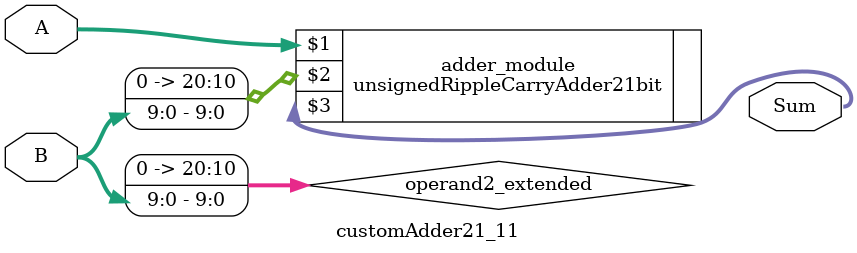
<source format=v>

module customAdder21_11(
                    input [20 : 0] A,
                    input [9 : 0] B,
                    
                    output [21 : 0] Sum
            );

    wire [20 : 0] operand2_extended;
    
    assign operand2_extended =  {11'b0, B};
    
    unsignedRippleCarryAdder21bit adder_module(
        A,
        operand2_extended,
        Sum
    );
    
endmodule
        
</source>
